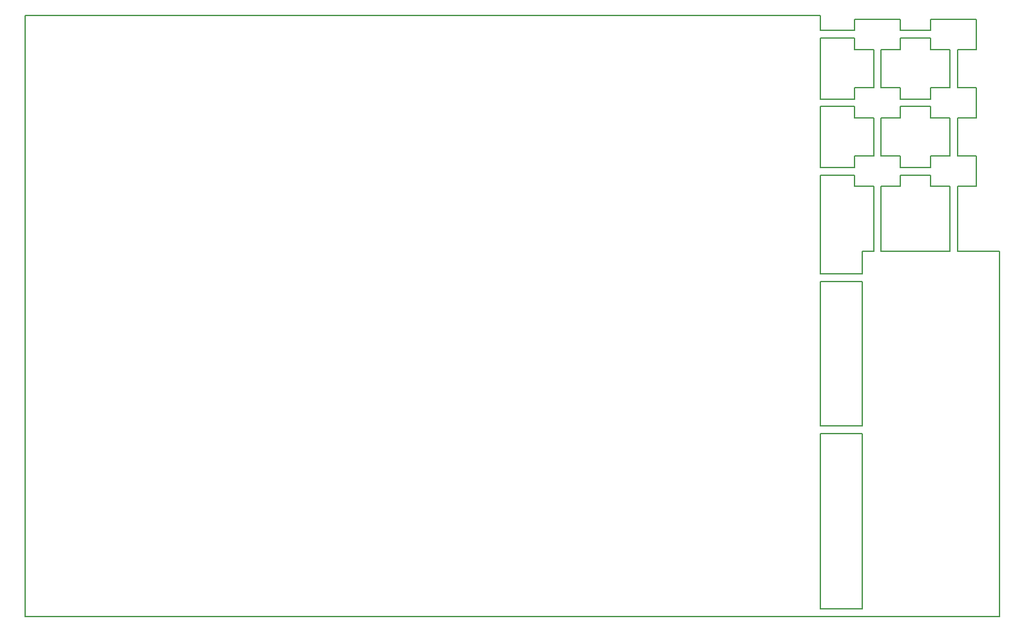
<source format=gbr>
G04 #@! TF.GenerationSoftware,KiCad,Pcbnew,5.1.9-73d0e3b20d~88~ubuntu20.04.1*
G04 #@! TF.CreationDate,2021-03-18T15:40:59+01:00*
G04 #@! TF.ProjectId,uven-mainboard,7576656e-2d6d-4616-996e-626f6172642e,rev?*
G04 #@! TF.SameCoordinates,Original*
G04 #@! TF.FileFunction,Profile,NP*
%FSLAX46Y46*%
G04 Gerber Fmt 4.6, Leading zero omitted, Abs format (unit mm)*
G04 Created by KiCad (PCBNEW 5.1.9-73d0e3b20d~88~ubuntu20.04.1) date 2021-03-18 15:40:59*
%MOMM*%
%LPD*%
G01*
G04 APERTURE LIST*
G04 #@! TA.AperFunction,Profile*
%ADD10C,0.150000*%
G04 #@! TD*
G04 APERTURE END LIST*
D10*
X213500000Y-45500000D02*
X213500000Y-47500000D01*
X213500000Y-56500000D02*
X213500000Y-48500000D01*
X213500000Y-65500000D02*
X213500000Y-57500000D01*
X218000000Y-56500000D02*
X213500000Y-56500000D01*
X213500000Y-65500000D02*
X218000000Y-65500000D01*
X213500000Y-79500000D02*
X213500000Y-66500000D01*
X213500000Y-99500000D02*
X213500000Y-80500000D01*
X213500000Y-123500000D02*
X213500000Y-100500000D01*
X219000000Y-100500000D02*
X219000000Y-123500000D01*
X219000000Y-80500000D02*
X219000000Y-99500000D01*
X219000000Y-76500000D02*
X219000000Y-79500000D01*
X220500000Y-76500000D02*
X219000000Y-76500000D01*
X230500000Y-76500000D02*
X221500000Y-76500000D01*
X237000000Y-76500000D02*
X231500000Y-76500000D01*
X219000000Y-123500000D02*
X213500000Y-123500000D01*
X213500000Y-100500000D02*
X219000000Y-100500000D01*
X219000000Y-99500000D02*
X213500000Y-99500000D01*
X213500000Y-80500000D02*
X219000000Y-80500000D01*
X219000000Y-79500000D02*
X213500000Y-79500000D01*
X224000000Y-57500000D02*
X224000000Y-59000000D01*
X228000000Y-57500000D02*
X224000000Y-57500000D01*
X228000000Y-59000000D02*
X228000000Y-57500000D01*
X228000000Y-56500000D02*
X228000000Y-55000000D01*
X224000000Y-56500000D02*
X228000000Y-56500000D01*
X224000000Y-55000000D02*
X224000000Y-56500000D01*
X228000000Y-65500000D02*
X224000000Y-65500000D01*
X228000000Y-64000000D02*
X228000000Y-65500000D01*
X230500000Y-64000000D02*
X228000000Y-64000000D01*
X230500000Y-59000000D02*
X230500000Y-64000000D01*
X228000000Y-59000000D02*
X230500000Y-59000000D01*
X230500000Y-55000000D02*
X228000000Y-55000000D01*
X230500000Y-50000000D02*
X230500000Y-55000000D01*
X228000000Y-50000000D02*
X230500000Y-50000000D01*
X228000000Y-48500000D02*
X228000000Y-50000000D01*
X224000000Y-48500000D02*
X228000000Y-48500000D01*
X224000000Y-50000000D02*
X224000000Y-48500000D01*
X221500000Y-50000000D02*
X224000000Y-50000000D01*
X221500000Y-55000000D02*
X221500000Y-50000000D01*
X224000000Y-55000000D02*
X221500000Y-55000000D01*
X221500000Y-59000000D02*
X224000000Y-59000000D01*
X221500000Y-64000000D02*
X221500000Y-59000000D01*
X224000000Y-64000000D02*
X221500000Y-64000000D01*
X224000000Y-65500000D02*
X224000000Y-64000000D01*
X218000000Y-48500000D02*
X213500000Y-48500000D01*
X218000000Y-50000000D02*
X218000000Y-48500000D01*
X220500000Y-50000000D02*
X218000000Y-50000000D01*
X220500000Y-55000000D02*
X220500000Y-50000000D01*
X218000000Y-55000000D02*
X220500000Y-55000000D01*
X218000000Y-56500000D02*
X218000000Y-55000000D01*
X218000000Y-57500000D02*
X213500000Y-57500000D01*
X218000000Y-59000000D02*
X218000000Y-57500000D01*
X220500000Y-59000000D02*
X218000000Y-59000000D01*
X220500000Y-64000000D02*
X220500000Y-59000000D01*
X218000000Y-64000000D02*
X220500000Y-64000000D01*
X218000000Y-65500000D02*
X218000000Y-64000000D01*
X218000000Y-66500000D02*
X213500000Y-66500000D01*
X218000000Y-68000000D02*
X218000000Y-66500000D01*
X220500000Y-68000000D02*
X218000000Y-68000000D01*
X220500000Y-76500000D02*
X220500000Y-68000000D01*
X221500000Y-68000000D02*
X221500000Y-76500000D01*
X224000000Y-68000000D02*
X221500000Y-68000000D01*
X224000000Y-66500000D02*
X224000000Y-68000000D01*
X228000000Y-66500000D02*
X224000000Y-66500000D01*
X228000000Y-68000000D02*
X228000000Y-66500000D01*
X230500000Y-68000000D02*
X228000000Y-68000000D01*
X230500000Y-76500000D02*
X230500000Y-68000000D01*
X231500000Y-68000000D02*
X231500000Y-76500000D01*
X234000000Y-68000000D02*
X231500000Y-68000000D01*
X234000000Y-64000000D02*
X234000000Y-68000000D01*
X231500000Y-64000000D02*
X234000000Y-64000000D01*
X231500000Y-59000000D02*
X231500000Y-64000000D01*
X234000000Y-59000000D02*
X231500000Y-59000000D01*
X234000000Y-55000000D02*
X234000000Y-59000000D01*
X231500000Y-55000000D02*
X234000000Y-55000000D01*
X231500000Y-50000000D02*
X231500000Y-55000000D01*
X234000000Y-50000000D02*
X231500000Y-50000000D01*
X234000000Y-46000000D02*
X234000000Y-50000000D01*
X228000000Y-46000000D02*
X234000000Y-46000000D01*
X228000000Y-47500000D02*
X228000000Y-46000000D01*
X224000000Y-47500000D02*
X228000000Y-47500000D01*
X224000000Y-46000000D02*
X224000000Y-47500000D01*
X218000000Y-46000000D02*
X224000000Y-46000000D01*
X218000000Y-47500000D02*
X218000000Y-46000000D01*
X213500000Y-47500000D02*
X218000000Y-47500000D01*
X237000000Y-124500000D02*
X213500000Y-124500000D01*
X237000000Y-76500000D02*
X237000000Y-124500000D01*
X213500000Y-45500000D02*
X109000000Y-45500000D01*
X109000000Y-124500000D02*
X213500000Y-124500000D01*
X109000000Y-45500000D02*
X109000000Y-124500000D01*
M02*

</source>
